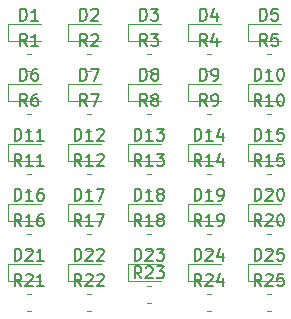
<source format=gbr>
G04 #@! TF.GenerationSoftware,KiCad,Pcbnew,(5.0.0-rc2-dev-352-g017154715)*
G04 #@! TF.CreationDate,2018-10-08T23:49:12-04:00*
G04 #@! TF.ProjectId,Backlight,4261636B6C696768742E6B696361645F,rev?*
G04 #@! TF.SameCoordinates,Original*
G04 #@! TF.FileFunction,Legend,Top*
G04 #@! TF.FilePolarity,Positive*
%FSLAX46Y46*%
G04 Gerber Fmt 4.6, Leading zero omitted, Abs format (unit mm)*
G04 Created by KiCad (PCBNEW (5.0.0-rc2-dev-352-g017154715)) date 10/08/18 23:49:12*
%MOMM*%
%LPD*%
G01*
G04 APERTURE LIST*
%ADD10C,0.120000*%
%ADD11C,0.150000*%
G04 APERTURE END LIST*
D10*
X78210000Y-79310000D02*
X78210000Y-80710000D01*
X78210000Y-80710000D02*
X81010000Y-80710000D01*
X78210000Y-79310000D02*
X81010000Y-79310000D01*
X83290000Y-79310000D02*
X83290000Y-80710000D01*
X83290000Y-80710000D02*
X86090000Y-80710000D01*
X83290000Y-79310000D02*
X86090000Y-79310000D01*
X88370000Y-79310000D02*
X88370000Y-80710000D01*
X88370000Y-80710000D02*
X91170000Y-80710000D01*
X88370000Y-79310000D02*
X91170000Y-79310000D01*
X93450000Y-79310000D02*
X96250000Y-79310000D01*
X93450000Y-80710000D02*
X96250000Y-80710000D01*
X93450000Y-79310000D02*
X93450000Y-80710000D01*
X98530000Y-79310000D02*
X101330000Y-79310000D01*
X98530000Y-80710000D02*
X101330000Y-80710000D01*
X98530000Y-79310000D02*
X98530000Y-80710000D01*
X78210000Y-84390000D02*
X78210000Y-85790000D01*
X78210000Y-85790000D02*
X81010000Y-85790000D01*
X78210000Y-84390000D02*
X81010000Y-84390000D01*
X83290000Y-84390000D02*
X83290000Y-85790000D01*
X83290000Y-85790000D02*
X86090000Y-85790000D01*
X83290000Y-84390000D02*
X86090000Y-84390000D01*
X88370000Y-84390000D02*
X91170000Y-84390000D01*
X88370000Y-85790000D02*
X91170000Y-85790000D01*
X88370000Y-84390000D02*
X88370000Y-85790000D01*
X93450000Y-84390000D02*
X96250000Y-84390000D01*
X93450000Y-85790000D02*
X96250000Y-85790000D01*
X93450000Y-84390000D02*
X93450000Y-85790000D01*
X98530000Y-84390000D02*
X98530000Y-85790000D01*
X98530000Y-85790000D02*
X101330000Y-85790000D01*
X98530000Y-84390000D02*
X101330000Y-84390000D01*
X78210000Y-89470000D02*
X78210000Y-90870000D01*
X78210000Y-90870000D02*
X81010000Y-90870000D01*
X78210000Y-89470000D02*
X81010000Y-89470000D01*
X83290000Y-89470000D02*
X83290000Y-90870000D01*
X83290000Y-90870000D02*
X86090000Y-90870000D01*
X83290000Y-89470000D02*
X86090000Y-89470000D01*
X88370000Y-89470000D02*
X91170000Y-89470000D01*
X88370000Y-90870000D02*
X91170000Y-90870000D01*
X88370000Y-89470000D02*
X88370000Y-90870000D01*
X93450000Y-89470000D02*
X93450000Y-90870000D01*
X93450000Y-90870000D02*
X96250000Y-90870000D01*
X93450000Y-89470000D02*
X96250000Y-89470000D01*
X98530000Y-89470000D02*
X98530000Y-90870000D01*
X98530000Y-90870000D02*
X101330000Y-90870000D01*
X98530000Y-89470000D02*
X101330000Y-89470000D01*
X78210000Y-94550000D02*
X81010000Y-94550000D01*
X78210000Y-95950000D02*
X81010000Y-95950000D01*
X78210000Y-94550000D02*
X78210000Y-95950000D01*
X83290000Y-94550000D02*
X83290000Y-95950000D01*
X83290000Y-95950000D02*
X86090000Y-95950000D01*
X83290000Y-94550000D02*
X86090000Y-94550000D01*
X88370000Y-94550000D02*
X91170000Y-94550000D01*
X88370000Y-95950000D02*
X91170000Y-95950000D01*
X88370000Y-94550000D02*
X88370000Y-95950000D01*
X93450000Y-94550000D02*
X96250000Y-94550000D01*
X93450000Y-95950000D02*
X96250000Y-95950000D01*
X93450000Y-94550000D02*
X93450000Y-95950000D01*
X98530000Y-94550000D02*
X101330000Y-94550000D01*
X98530000Y-95950000D02*
X101330000Y-95950000D01*
X98530000Y-94550000D02*
X98530000Y-95950000D01*
X78210000Y-99630000D02*
X81010000Y-99630000D01*
X78210000Y-101030000D02*
X81010000Y-101030000D01*
X78210000Y-99630000D02*
X78210000Y-101030000D01*
X83290000Y-99630000D02*
X86090000Y-99630000D01*
X83290000Y-101030000D02*
X86090000Y-101030000D01*
X83290000Y-99630000D02*
X83290000Y-101030000D01*
X88370000Y-99630000D02*
X91170000Y-99630000D01*
X88370000Y-101030000D02*
X91170000Y-101030000D01*
X88370000Y-99630000D02*
X88370000Y-101030000D01*
X93450000Y-99630000D02*
X96250000Y-99630000D01*
X93450000Y-101030000D02*
X96250000Y-101030000D01*
X93450000Y-99630000D02*
X93450000Y-101030000D01*
X98530000Y-99630000D02*
X98530000Y-101030000D01*
X98530000Y-101030000D02*
X101330000Y-101030000D01*
X98530000Y-99630000D02*
X101330000Y-99630000D01*
X79860000Y-81840000D02*
X80160000Y-81840000D01*
X79860000Y-83260000D02*
X80160000Y-83260000D01*
X84940000Y-81840000D02*
X85240000Y-81840000D01*
X84940000Y-83260000D02*
X85240000Y-83260000D01*
X90020000Y-81840000D02*
X90320000Y-81840000D01*
X90020000Y-83260000D02*
X90320000Y-83260000D01*
X95100000Y-83260000D02*
X95400000Y-83260000D01*
X95100000Y-81840000D02*
X95400000Y-81840000D01*
X100180000Y-81840000D02*
X100480000Y-81840000D01*
X100180000Y-83260000D02*
X100480000Y-83260000D01*
X79860000Y-88340000D02*
X80160000Y-88340000D01*
X79860000Y-86920000D02*
X80160000Y-86920000D01*
X84940000Y-88340000D02*
X85240000Y-88340000D01*
X84940000Y-86920000D02*
X85240000Y-86920000D01*
X90020000Y-86920000D02*
X90320000Y-86920000D01*
X90020000Y-88340000D02*
X90320000Y-88340000D01*
X95100000Y-86920000D02*
X95400000Y-86920000D01*
X95100000Y-88340000D02*
X95400000Y-88340000D01*
X100180000Y-88340000D02*
X100480000Y-88340000D01*
X100180000Y-86920000D02*
X100480000Y-86920000D01*
X79860000Y-93420000D02*
X80160000Y-93420000D01*
X79860000Y-92000000D02*
X80160000Y-92000000D01*
X84940000Y-92000000D02*
X85240000Y-92000000D01*
X84940000Y-93420000D02*
X85240000Y-93420000D01*
X90020000Y-93420000D02*
X90320000Y-93420000D01*
X90020000Y-92000000D02*
X90320000Y-92000000D01*
X95100000Y-92000000D02*
X95400000Y-92000000D01*
X95100000Y-93420000D02*
X95400000Y-93420000D01*
X100180000Y-93420000D02*
X100480000Y-93420000D01*
X100180000Y-92000000D02*
X100480000Y-92000000D01*
X79860000Y-97080000D02*
X80160000Y-97080000D01*
X79860000Y-98500000D02*
X80160000Y-98500000D01*
X84940000Y-97080000D02*
X85240000Y-97080000D01*
X84940000Y-98500000D02*
X85240000Y-98500000D01*
X90020000Y-98500000D02*
X90320000Y-98500000D01*
X90020000Y-97080000D02*
X90320000Y-97080000D01*
X95100000Y-98500000D02*
X95400000Y-98500000D01*
X95100000Y-97080000D02*
X95400000Y-97080000D01*
X100180000Y-97080000D02*
X100480000Y-97080000D01*
X100180000Y-98500000D02*
X100480000Y-98500000D01*
X79860000Y-102160000D02*
X80160000Y-102160000D01*
X79860000Y-103580000D02*
X80160000Y-103580000D01*
X84940000Y-103580000D02*
X85240000Y-103580000D01*
X84940000Y-102160000D02*
X85240000Y-102160000D01*
X90020000Y-102945000D02*
X90320000Y-102945000D01*
X90020000Y-101525000D02*
X90320000Y-101525000D01*
X95100000Y-102160000D02*
X95400000Y-102160000D01*
X95100000Y-103580000D02*
X95400000Y-103580000D01*
X100180000Y-103580000D02*
X100480000Y-103580000D01*
X100180000Y-102160000D02*
X100480000Y-102160000D01*
D11*
X79271904Y-79012380D02*
X79271904Y-78012380D01*
X79510000Y-78012380D01*
X79652857Y-78060000D01*
X79748095Y-78155238D01*
X79795714Y-78250476D01*
X79843333Y-78440952D01*
X79843333Y-78583809D01*
X79795714Y-78774285D01*
X79748095Y-78869523D01*
X79652857Y-78964761D01*
X79510000Y-79012380D01*
X79271904Y-79012380D01*
X80795714Y-79012380D02*
X80224285Y-79012380D01*
X80510000Y-79012380D02*
X80510000Y-78012380D01*
X80414761Y-78155238D01*
X80319523Y-78250476D01*
X80224285Y-78298095D01*
X84351904Y-79012380D02*
X84351904Y-78012380D01*
X84590000Y-78012380D01*
X84732857Y-78060000D01*
X84828095Y-78155238D01*
X84875714Y-78250476D01*
X84923333Y-78440952D01*
X84923333Y-78583809D01*
X84875714Y-78774285D01*
X84828095Y-78869523D01*
X84732857Y-78964761D01*
X84590000Y-79012380D01*
X84351904Y-79012380D01*
X85304285Y-78107619D02*
X85351904Y-78060000D01*
X85447142Y-78012380D01*
X85685238Y-78012380D01*
X85780476Y-78060000D01*
X85828095Y-78107619D01*
X85875714Y-78202857D01*
X85875714Y-78298095D01*
X85828095Y-78440952D01*
X85256666Y-79012380D01*
X85875714Y-79012380D01*
X89431904Y-79012380D02*
X89431904Y-78012380D01*
X89670000Y-78012380D01*
X89812857Y-78060000D01*
X89908095Y-78155238D01*
X89955714Y-78250476D01*
X90003333Y-78440952D01*
X90003333Y-78583809D01*
X89955714Y-78774285D01*
X89908095Y-78869523D01*
X89812857Y-78964761D01*
X89670000Y-79012380D01*
X89431904Y-79012380D01*
X90336666Y-78012380D02*
X90955714Y-78012380D01*
X90622380Y-78393333D01*
X90765238Y-78393333D01*
X90860476Y-78440952D01*
X90908095Y-78488571D01*
X90955714Y-78583809D01*
X90955714Y-78821904D01*
X90908095Y-78917142D01*
X90860476Y-78964761D01*
X90765238Y-79012380D01*
X90479523Y-79012380D01*
X90384285Y-78964761D01*
X90336666Y-78917142D01*
X94511904Y-79012380D02*
X94511904Y-78012380D01*
X94750000Y-78012380D01*
X94892857Y-78060000D01*
X94988095Y-78155238D01*
X95035714Y-78250476D01*
X95083333Y-78440952D01*
X95083333Y-78583809D01*
X95035714Y-78774285D01*
X94988095Y-78869523D01*
X94892857Y-78964761D01*
X94750000Y-79012380D01*
X94511904Y-79012380D01*
X95940476Y-78345714D02*
X95940476Y-79012380D01*
X95702380Y-77964761D02*
X95464285Y-78679047D01*
X96083333Y-78679047D01*
X99591904Y-79012380D02*
X99591904Y-78012380D01*
X99830000Y-78012380D01*
X99972857Y-78060000D01*
X100068095Y-78155238D01*
X100115714Y-78250476D01*
X100163333Y-78440952D01*
X100163333Y-78583809D01*
X100115714Y-78774285D01*
X100068095Y-78869523D01*
X99972857Y-78964761D01*
X99830000Y-79012380D01*
X99591904Y-79012380D01*
X101068095Y-78012380D02*
X100591904Y-78012380D01*
X100544285Y-78488571D01*
X100591904Y-78440952D01*
X100687142Y-78393333D01*
X100925238Y-78393333D01*
X101020476Y-78440952D01*
X101068095Y-78488571D01*
X101115714Y-78583809D01*
X101115714Y-78821904D01*
X101068095Y-78917142D01*
X101020476Y-78964761D01*
X100925238Y-79012380D01*
X100687142Y-79012380D01*
X100591904Y-78964761D01*
X100544285Y-78917142D01*
X79271904Y-84092380D02*
X79271904Y-83092380D01*
X79510000Y-83092380D01*
X79652857Y-83140000D01*
X79748095Y-83235238D01*
X79795714Y-83330476D01*
X79843333Y-83520952D01*
X79843333Y-83663809D01*
X79795714Y-83854285D01*
X79748095Y-83949523D01*
X79652857Y-84044761D01*
X79510000Y-84092380D01*
X79271904Y-84092380D01*
X80700476Y-83092380D02*
X80510000Y-83092380D01*
X80414761Y-83140000D01*
X80367142Y-83187619D01*
X80271904Y-83330476D01*
X80224285Y-83520952D01*
X80224285Y-83901904D01*
X80271904Y-83997142D01*
X80319523Y-84044761D01*
X80414761Y-84092380D01*
X80605238Y-84092380D01*
X80700476Y-84044761D01*
X80748095Y-83997142D01*
X80795714Y-83901904D01*
X80795714Y-83663809D01*
X80748095Y-83568571D01*
X80700476Y-83520952D01*
X80605238Y-83473333D01*
X80414761Y-83473333D01*
X80319523Y-83520952D01*
X80271904Y-83568571D01*
X80224285Y-83663809D01*
X84351904Y-84092380D02*
X84351904Y-83092380D01*
X84590000Y-83092380D01*
X84732857Y-83140000D01*
X84828095Y-83235238D01*
X84875714Y-83330476D01*
X84923333Y-83520952D01*
X84923333Y-83663809D01*
X84875714Y-83854285D01*
X84828095Y-83949523D01*
X84732857Y-84044761D01*
X84590000Y-84092380D01*
X84351904Y-84092380D01*
X85256666Y-83092380D02*
X85923333Y-83092380D01*
X85494761Y-84092380D01*
X89431904Y-84092380D02*
X89431904Y-83092380D01*
X89670000Y-83092380D01*
X89812857Y-83140000D01*
X89908095Y-83235238D01*
X89955714Y-83330476D01*
X90003333Y-83520952D01*
X90003333Y-83663809D01*
X89955714Y-83854285D01*
X89908095Y-83949523D01*
X89812857Y-84044761D01*
X89670000Y-84092380D01*
X89431904Y-84092380D01*
X90574761Y-83520952D02*
X90479523Y-83473333D01*
X90431904Y-83425714D01*
X90384285Y-83330476D01*
X90384285Y-83282857D01*
X90431904Y-83187619D01*
X90479523Y-83140000D01*
X90574761Y-83092380D01*
X90765238Y-83092380D01*
X90860476Y-83140000D01*
X90908095Y-83187619D01*
X90955714Y-83282857D01*
X90955714Y-83330476D01*
X90908095Y-83425714D01*
X90860476Y-83473333D01*
X90765238Y-83520952D01*
X90574761Y-83520952D01*
X90479523Y-83568571D01*
X90431904Y-83616190D01*
X90384285Y-83711428D01*
X90384285Y-83901904D01*
X90431904Y-83997142D01*
X90479523Y-84044761D01*
X90574761Y-84092380D01*
X90765238Y-84092380D01*
X90860476Y-84044761D01*
X90908095Y-83997142D01*
X90955714Y-83901904D01*
X90955714Y-83711428D01*
X90908095Y-83616190D01*
X90860476Y-83568571D01*
X90765238Y-83520952D01*
X94511904Y-84092380D02*
X94511904Y-83092380D01*
X94750000Y-83092380D01*
X94892857Y-83140000D01*
X94988095Y-83235238D01*
X95035714Y-83330476D01*
X95083333Y-83520952D01*
X95083333Y-83663809D01*
X95035714Y-83854285D01*
X94988095Y-83949523D01*
X94892857Y-84044761D01*
X94750000Y-84092380D01*
X94511904Y-84092380D01*
X95559523Y-84092380D02*
X95750000Y-84092380D01*
X95845238Y-84044761D01*
X95892857Y-83997142D01*
X95988095Y-83854285D01*
X96035714Y-83663809D01*
X96035714Y-83282857D01*
X95988095Y-83187619D01*
X95940476Y-83140000D01*
X95845238Y-83092380D01*
X95654761Y-83092380D01*
X95559523Y-83140000D01*
X95511904Y-83187619D01*
X95464285Y-83282857D01*
X95464285Y-83520952D01*
X95511904Y-83616190D01*
X95559523Y-83663809D01*
X95654761Y-83711428D01*
X95845238Y-83711428D01*
X95940476Y-83663809D01*
X95988095Y-83616190D01*
X96035714Y-83520952D01*
X99115714Y-84092380D02*
X99115714Y-83092380D01*
X99353809Y-83092380D01*
X99496666Y-83140000D01*
X99591904Y-83235238D01*
X99639523Y-83330476D01*
X99687142Y-83520952D01*
X99687142Y-83663809D01*
X99639523Y-83854285D01*
X99591904Y-83949523D01*
X99496666Y-84044761D01*
X99353809Y-84092380D01*
X99115714Y-84092380D01*
X100639523Y-84092380D02*
X100068095Y-84092380D01*
X100353809Y-84092380D02*
X100353809Y-83092380D01*
X100258571Y-83235238D01*
X100163333Y-83330476D01*
X100068095Y-83378095D01*
X101258571Y-83092380D02*
X101353809Y-83092380D01*
X101449047Y-83140000D01*
X101496666Y-83187619D01*
X101544285Y-83282857D01*
X101591904Y-83473333D01*
X101591904Y-83711428D01*
X101544285Y-83901904D01*
X101496666Y-83997142D01*
X101449047Y-84044761D01*
X101353809Y-84092380D01*
X101258571Y-84092380D01*
X101163333Y-84044761D01*
X101115714Y-83997142D01*
X101068095Y-83901904D01*
X101020476Y-83711428D01*
X101020476Y-83473333D01*
X101068095Y-83282857D01*
X101115714Y-83187619D01*
X101163333Y-83140000D01*
X101258571Y-83092380D01*
X78795714Y-89172380D02*
X78795714Y-88172380D01*
X79033809Y-88172380D01*
X79176666Y-88220000D01*
X79271904Y-88315238D01*
X79319523Y-88410476D01*
X79367142Y-88600952D01*
X79367142Y-88743809D01*
X79319523Y-88934285D01*
X79271904Y-89029523D01*
X79176666Y-89124761D01*
X79033809Y-89172380D01*
X78795714Y-89172380D01*
X80319523Y-89172380D02*
X79748095Y-89172380D01*
X80033809Y-89172380D02*
X80033809Y-88172380D01*
X79938571Y-88315238D01*
X79843333Y-88410476D01*
X79748095Y-88458095D01*
X81271904Y-89172380D02*
X80700476Y-89172380D01*
X80986190Y-89172380D02*
X80986190Y-88172380D01*
X80890952Y-88315238D01*
X80795714Y-88410476D01*
X80700476Y-88458095D01*
X83875714Y-89172380D02*
X83875714Y-88172380D01*
X84113809Y-88172380D01*
X84256666Y-88220000D01*
X84351904Y-88315238D01*
X84399523Y-88410476D01*
X84447142Y-88600952D01*
X84447142Y-88743809D01*
X84399523Y-88934285D01*
X84351904Y-89029523D01*
X84256666Y-89124761D01*
X84113809Y-89172380D01*
X83875714Y-89172380D01*
X85399523Y-89172380D02*
X84828095Y-89172380D01*
X85113809Y-89172380D02*
X85113809Y-88172380D01*
X85018571Y-88315238D01*
X84923333Y-88410476D01*
X84828095Y-88458095D01*
X85780476Y-88267619D02*
X85828095Y-88220000D01*
X85923333Y-88172380D01*
X86161428Y-88172380D01*
X86256666Y-88220000D01*
X86304285Y-88267619D01*
X86351904Y-88362857D01*
X86351904Y-88458095D01*
X86304285Y-88600952D01*
X85732857Y-89172380D01*
X86351904Y-89172380D01*
X88955714Y-89172380D02*
X88955714Y-88172380D01*
X89193809Y-88172380D01*
X89336666Y-88220000D01*
X89431904Y-88315238D01*
X89479523Y-88410476D01*
X89527142Y-88600952D01*
X89527142Y-88743809D01*
X89479523Y-88934285D01*
X89431904Y-89029523D01*
X89336666Y-89124761D01*
X89193809Y-89172380D01*
X88955714Y-89172380D01*
X90479523Y-89172380D02*
X89908095Y-89172380D01*
X90193809Y-89172380D02*
X90193809Y-88172380D01*
X90098571Y-88315238D01*
X90003333Y-88410476D01*
X89908095Y-88458095D01*
X90812857Y-88172380D02*
X91431904Y-88172380D01*
X91098571Y-88553333D01*
X91241428Y-88553333D01*
X91336666Y-88600952D01*
X91384285Y-88648571D01*
X91431904Y-88743809D01*
X91431904Y-88981904D01*
X91384285Y-89077142D01*
X91336666Y-89124761D01*
X91241428Y-89172380D01*
X90955714Y-89172380D01*
X90860476Y-89124761D01*
X90812857Y-89077142D01*
X94035714Y-89172380D02*
X94035714Y-88172380D01*
X94273809Y-88172380D01*
X94416666Y-88220000D01*
X94511904Y-88315238D01*
X94559523Y-88410476D01*
X94607142Y-88600952D01*
X94607142Y-88743809D01*
X94559523Y-88934285D01*
X94511904Y-89029523D01*
X94416666Y-89124761D01*
X94273809Y-89172380D01*
X94035714Y-89172380D01*
X95559523Y-89172380D02*
X94988095Y-89172380D01*
X95273809Y-89172380D02*
X95273809Y-88172380D01*
X95178571Y-88315238D01*
X95083333Y-88410476D01*
X94988095Y-88458095D01*
X96416666Y-88505714D02*
X96416666Y-89172380D01*
X96178571Y-88124761D02*
X95940476Y-88839047D01*
X96559523Y-88839047D01*
X99115714Y-89172380D02*
X99115714Y-88172380D01*
X99353809Y-88172380D01*
X99496666Y-88220000D01*
X99591904Y-88315238D01*
X99639523Y-88410476D01*
X99687142Y-88600952D01*
X99687142Y-88743809D01*
X99639523Y-88934285D01*
X99591904Y-89029523D01*
X99496666Y-89124761D01*
X99353809Y-89172380D01*
X99115714Y-89172380D01*
X100639523Y-89172380D02*
X100068095Y-89172380D01*
X100353809Y-89172380D02*
X100353809Y-88172380D01*
X100258571Y-88315238D01*
X100163333Y-88410476D01*
X100068095Y-88458095D01*
X101544285Y-88172380D02*
X101068095Y-88172380D01*
X101020476Y-88648571D01*
X101068095Y-88600952D01*
X101163333Y-88553333D01*
X101401428Y-88553333D01*
X101496666Y-88600952D01*
X101544285Y-88648571D01*
X101591904Y-88743809D01*
X101591904Y-88981904D01*
X101544285Y-89077142D01*
X101496666Y-89124761D01*
X101401428Y-89172380D01*
X101163333Y-89172380D01*
X101068095Y-89124761D01*
X101020476Y-89077142D01*
X78795714Y-94252380D02*
X78795714Y-93252380D01*
X79033809Y-93252380D01*
X79176666Y-93300000D01*
X79271904Y-93395238D01*
X79319523Y-93490476D01*
X79367142Y-93680952D01*
X79367142Y-93823809D01*
X79319523Y-94014285D01*
X79271904Y-94109523D01*
X79176666Y-94204761D01*
X79033809Y-94252380D01*
X78795714Y-94252380D01*
X80319523Y-94252380D02*
X79748095Y-94252380D01*
X80033809Y-94252380D02*
X80033809Y-93252380D01*
X79938571Y-93395238D01*
X79843333Y-93490476D01*
X79748095Y-93538095D01*
X81176666Y-93252380D02*
X80986190Y-93252380D01*
X80890952Y-93300000D01*
X80843333Y-93347619D01*
X80748095Y-93490476D01*
X80700476Y-93680952D01*
X80700476Y-94061904D01*
X80748095Y-94157142D01*
X80795714Y-94204761D01*
X80890952Y-94252380D01*
X81081428Y-94252380D01*
X81176666Y-94204761D01*
X81224285Y-94157142D01*
X81271904Y-94061904D01*
X81271904Y-93823809D01*
X81224285Y-93728571D01*
X81176666Y-93680952D01*
X81081428Y-93633333D01*
X80890952Y-93633333D01*
X80795714Y-93680952D01*
X80748095Y-93728571D01*
X80700476Y-93823809D01*
X83875714Y-94252380D02*
X83875714Y-93252380D01*
X84113809Y-93252380D01*
X84256666Y-93300000D01*
X84351904Y-93395238D01*
X84399523Y-93490476D01*
X84447142Y-93680952D01*
X84447142Y-93823809D01*
X84399523Y-94014285D01*
X84351904Y-94109523D01*
X84256666Y-94204761D01*
X84113809Y-94252380D01*
X83875714Y-94252380D01*
X85399523Y-94252380D02*
X84828095Y-94252380D01*
X85113809Y-94252380D02*
X85113809Y-93252380D01*
X85018571Y-93395238D01*
X84923333Y-93490476D01*
X84828095Y-93538095D01*
X85732857Y-93252380D02*
X86399523Y-93252380D01*
X85970952Y-94252380D01*
X88955714Y-94252380D02*
X88955714Y-93252380D01*
X89193809Y-93252380D01*
X89336666Y-93300000D01*
X89431904Y-93395238D01*
X89479523Y-93490476D01*
X89527142Y-93680952D01*
X89527142Y-93823809D01*
X89479523Y-94014285D01*
X89431904Y-94109523D01*
X89336666Y-94204761D01*
X89193809Y-94252380D01*
X88955714Y-94252380D01*
X90479523Y-94252380D02*
X89908095Y-94252380D01*
X90193809Y-94252380D02*
X90193809Y-93252380D01*
X90098571Y-93395238D01*
X90003333Y-93490476D01*
X89908095Y-93538095D01*
X91050952Y-93680952D02*
X90955714Y-93633333D01*
X90908095Y-93585714D01*
X90860476Y-93490476D01*
X90860476Y-93442857D01*
X90908095Y-93347619D01*
X90955714Y-93300000D01*
X91050952Y-93252380D01*
X91241428Y-93252380D01*
X91336666Y-93300000D01*
X91384285Y-93347619D01*
X91431904Y-93442857D01*
X91431904Y-93490476D01*
X91384285Y-93585714D01*
X91336666Y-93633333D01*
X91241428Y-93680952D01*
X91050952Y-93680952D01*
X90955714Y-93728571D01*
X90908095Y-93776190D01*
X90860476Y-93871428D01*
X90860476Y-94061904D01*
X90908095Y-94157142D01*
X90955714Y-94204761D01*
X91050952Y-94252380D01*
X91241428Y-94252380D01*
X91336666Y-94204761D01*
X91384285Y-94157142D01*
X91431904Y-94061904D01*
X91431904Y-93871428D01*
X91384285Y-93776190D01*
X91336666Y-93728571D01*
X91241428Y-93680952D01*
X94035714Y-94252380D02*
X94035714Y-93252380D01*
X94273809Y-93252380D01*
X94416666Y-93300000D01*
X94511904Y-93395238D01*
X94559523Y-93490476D01*
X94607142Y-93680952D01*
X94607142Y-93823809D01*
X94559523Y-94014285D01*
X94511904Y-94109523D01*
X94416666Y-94204761D01*
X94273809Y-94252380D01*
X94035714Y-94252380D01*
X95559523Y-94252380D02*
X94988095Y-94252380D01*
X95273809Y-94252380D02*
X95273809Y-93252380D01*
X95178571Y-93395238D01*
X95083333Y-93490476D01*
X94988095Y-93538095D01*
X96035714Y-94252380D02*
X96226190Y-94252380D01*
X96321428Y-94204761D01*
X96369047Y-94157142D01*
X96464285Y-94014285D01*
X96511904Y-93823809D01*
X96511904Y-93442857D01*
X96464285Y-93347619D01*
X96416666Y-93300000D01*
X96321428Y-93252380D01*
X96130952Y-93252380D01*
X96035714Y-93300000D01*
X95988095Y-93347619D01*
X95940476Y-93442857D01*
X95940476Y-93680952D01*
X95988095Y-93776190D01*
X96035714Y-93823809D01*
X96130952Y-93871428D01*
X96321428Y-93871428D01*
X96416666Y-93823809D01*
X96464285Y-93776190D01*
X96511904Y-93680952D01*
X99115714Y-94252380D02*
X99115714Y-93252380D01*
X99353809Y-93252380D01*
X99496666Y-93300000D01*
X99591904Y-93395238D01*
X99639523Y-93490476D01*
X99687142Y-93680952D01*
X99687142Y-93823809D01*
X99639523Y-94014285D01*
X99591904Y-94109523D01*
X99496666Y-94204761D01*
X99353809Y-94252380D01*
X99115714Y-94252380D01*
X100068095Y-93347619D02*
X100115714Y-93300000D01*
X100210952Y-93252380D01*
X100449047Y-93252380D01*
X100544285Y-93300000D01*
X100591904Y-93347619D01*
X100639523Y-93442857D01*
X100639523Y-93538095D01*
X100591904Y-93680952D01*
X100020476Y-94252380D01*
X100639523Y-94252380D01*
X101258571Y-93252380D02*
X101353809Y-93252380D01*
X101449047Y-93300000D01*
X101496666Y-93347619D01*
X101544285Y-93442857D01*
X101591904Y-93633333D01*
X101591904Y-93871428D01*
X101544285Y-94061904D01*
X101496666Y-94157142D01*
X101449047Y-94204761D01*
X101353809Y-94252380D01*
X101258571Y-94252380D01*
X101163333Y-94204761D01*
X101115714Y-94157142D01*
X101068095Y-94061904D01*
X101020476Y-93871428D01*
X101020476Y-93633333D01*
X101068095Y-93442857D01*
X101115714Y-93347619D01*
X101163333Y-93300000D01*
X101258571Y-93252380D01*
X78795714Y-99332380D02*
X78795714Y-98332380D01*
X79033809Y-98332380D01*
X79176666Y-98380000D01*
X79271904Y-98475238D01*
X79319523Y-98570476D01*
X79367142Y-98760952D01*
X79367142Y-98903809D01*
X79319523Y-99094285D01*
X79271904Y-99189523D01*
X79176666Y-99284761D01*
X79033809Y-99332380D01*
X78795714Y-99332380D01*
X79748095Y-98427619D02*
X79795714Y-98380000D01*
X79890952Y-98332380D01*
X80129047Y-98332380D01*
X80224285Y-98380000D01*
X80271904Y-98427619D01*
X80319523Y-98522857D01*
X80319523Y-98618095D01*
X80271904Y-98760952D01*
X79700476Y-99332380D01*
X80319523Y-99332380D01*
X81271904Y-99332380D02*
X80700476Y-99332380D01*
X80986190Y-99332380D02*
X80986190Y-98332380D01*
X80890952Y-98475238D01*
X80795714Y-98570476D01*
X80700476Y-98618095D01*
X83875714Y-99332380D02*
X83875714Y-98332380D01*
X84113809Y-98332380D01*
X84256666Y-98380000D01*
X84351904Y-98475238D01*
X84399523Y-98570476D01*
X84447142Y-98760952D01*
X84447142Y-98903809D01*
X84399523Y-99094285D01*
X84351904Y-99189523D01*
X84256666Y-99284761D01*
X84113809Y-99332380D01*
X83875714Y-99332380D01*
X84828095Y-98427619D02*
X84875714Y-98380000D01*
X84970952Y-98332380D01*
X85209047Y-98332380D01*
X85304285Y-98380000D01*
X85351904Y-98427619D01*
X85399523Y-98522857D01*
X85399523Y-98618095D01*
X85351904Y-98760952D01*
X84780476Y-99332380D01*
X85399523Y-99332380D01*
X85780476Y-98427619D02*
X85828095Y-98380000D01*
X85923333Y-98332380D01*
X86161428Y-98332380D01*
X86256666Y-98380000D01*
X86304285Y-98427619D01*
X86351904Y-98522857D01*
X86351904Y-98618095D01*
X86304285Y-98760952D01*
X85732857Y-99332380D01*
X86351904Y-99332380D01*
X88955714Y-99332380D02*
X88955714Y-98332380D01*
X89193809Y-98332380D01*
X89336666Y-98380000D01*
X89431904Y-98475238D01*
X89479523Y-98570476D01*
X89527142Y-98760952D01*
X89527142Y-98903809D01*
X89479523Y-99094285D01*
X89431904Y-99189523D01*
X89336666Y-99284761D01*
X89193809Y-99332380D01*
X88955714Y-99332380D01*
X89908095Y-98427619D02*
X89955714Y-98380000D01*
X90050952Y-98332380D01*
X90289047Y-98332380D01*
X90384285Y-98380000D01*
X90431904Y-98427619D01*
X90479523Y-98522857D01*
X90479523Y-98618095D01*
X90431904Y-98760952D01*
X89860476Y-99332380D01*
X90479523Y-99332380D01*
X90812857Y-98332380D02*
X91431904Y-98332380D01*
X91098571Y-98713333D01*
X91241428Y-98713333D01*
X91336666Y-98760952D01*
X91384285Y-98808571D01*
X91431904Y-98903809D01*
X91431904Y-99141904D01*
X91384285Y-99237142D01*
X91336666Y-99284761D01*
X91241428Y-99332380D01*
X90955714Y-99332380D01*
X90860476Y-99284761D01*
X90812857Y-99237142D01*
X94035714Y-99332380D02*
X94035714Y-98332380D01*
X94273809Y-98332380D01*
X94416666Y-98380000D01*
X94511904Y-98475238D01*
X94559523Y-98570476D01*
X94607142Y-98760952D01*
X94607142Y-98903809D01*
X94559523Y-99094285D01*
X94511904Y-99189523D01*
X94416666Y-99284761D01*
X94273809Y-99332380D01*
X94035714Y-99332380D01*
X94988095Y-98427619D02*
X95035714Y-98380000D01*
X95130952Y-98332380D01*
X95369047Y-98332380D01*
X95464285Y-98380000D01*
X95511904Y-98427619D01*
X95559523Y-98522857D01*
X95559523Y-98618095D01*
X95511904Y-98760952D01*
X94940476Y-99332380D01*
X95559523Y-99332380D01*
X96416666Y-98665714D02*
X96416666Y-99332380D01*
X96178571Y-98284761D02*
X95940476Y-98999047D01*
X96559523Y-98999047D01*
X99115714Y-99332380D02*
X99115714Y-98332380D01*
X99353809Y-98332380D01*
X99496666Y-98380000D01*
X99591904Y-98475238D01*
X99639523Y-98570476D01*
X99687142Y-98760952D01*
X99687142Y-98903809D01*
X99639523Y-99094285D01*
X99591904Y-99189523D01*
X99496666Y-99284761D01*
X99353809Y-99332380D01*
X99115714Y-99332380D01*
X100068095Y-98427619D02*
X100115714Y-98380000D01*
X100210952Y-98332380D01*
X100449047Y-98332380D01*
X100544285Y-98380000D01*
X100591904Y-98427619D01*
X100639523Y-98522857D01*
X100639523Y-98618095D01*
X100591904Y-98760952D01*
X100020476Y-99332380D01*
X100639523Y-99332380D01*
X101544285Y-98332380D02*
X101068095Y-98332380D01*
X101020476Y-98808571D01*
X101068095Y-98760952D01*
X101163333Y-98713333D01*
X101401428Y-98713333D01*
X101496666Y-98760952D01*
X101544285Y-98808571D01*
X101591904Y-98903809D01*
X101591904Y-99141904D01*
X101544285Y-99237142D01*
X101496666Y-99284761D01*
X101401428Y-99332380D01*
X101163333Y-99332380D01*
X101068095Y-99284761D01*
X101020476Y-99237142D01*
X79843333Y-81152380D02*
X79510000Y-80676190D01*
X79271904Y-81152380D02*
X79271904Y-80152380D01*
X79652857Y-80152380D01*
X79748095Y-80200000D01*
X79795714Y-80247619D01*
X79843333Y-80342857D01*
X79843333Y-80485714D01*
X79795714Y-80580952D01*
X79748095Y-80628571D01*
X79652857Y-80676190D01*
X79271904Y-80676190D01*
X80795714Y-81152380D02*
X80224285Y-81152380D01*
X80510000Y-81152380D02*
X80510000Y-80152380D01*
X80414761Y-80295238D01*
X80319523Y-80390476D01*
X80224285Y-80438095D01*
X84923333Y-81152380D02*
X84590000Y-80676190D01*
X84351904Y-81152380D02*
X84351904Y-80152380D01*
X84732857Y-80152380D01*
X84828095Y-80200000D01*
X84875714Y-80247619D01*
X84923333Y-80342857D01*
X84923333Y-80485714D01*
X84875714Y-80580952D01*
X84828095Y-80628571D01*
X84732857Y-80676190D01*
X84351904Y-80676190D01*
X85304285Y-80247619D02*
X85351904Y-80200000D01*
X85447142Y-80152380D01*
X85685238Y-80152380D01*
X85780476Y-80200000D01*
X85828095Y-80247619D01*
X85875714Y-80342857D01*
X85875714Y-80438095D01*
X85828095Y-80580952D01*
X85256666Y-81152380D01*
X85875714Y-81152380D01*
X90003333Y-81152380D02*
X89670000Y-80676190D01*
X89431904Y-81152380D02*
X89431904Y-80152380D01*
X89812857Y-80152380D01*
X89908095Y-80200000D01*
X89955714Y-80247619D01*
X90003333Y-80342857D01*
X90003333Y-80485714D01*
X89955714Y-80580952D01*
X89908095Y-80628571D01*
X89812857Y-80676190D01*
X89431904Y-80676190D01*
X90336666Y-80152380D02*
X90955714Y-80152380D01*
X90622380Y-80533333D01*
X90765238Y-80533333D01*
X90860476Y-80580952D01*
X90908095Y-80628571D01*
X90955714Y-80723809D01*
X90955714Y-80961904D01*
X90908095Y-81057142D01*
X90860476Y-81104761D01*
X90765238Y-81152380D01*
X90479523Y-81152380D01*
X90384285Y-81104761D01*
X90336666Y-81057142D01*
X95083333Y-81152380D02*
X94750000Y-80676190D01*
X94511904Y-81152380D02*
X94511904Y-80152380D01*
X94892857Y-80152380D01*
X94988095Y-80200000D01*
X95035714Y-80247619D01*
X95083333Y-80342857D01*
X95083333Y-80485714D01*
X95035714Y-80580952D01*
X94988095Y-80628571D01*
X94892857Y-80676190D01*
X94511904Y-80676190D01*
X95940476Y-80485714D02*
X95940476Y-81152380D01*
X95702380Y-80104761D02*
X95464285Y-80819047D01*
X96083333Y-80819047D01*
X100163333Y-81152380D02*
X99830000Y-80676190D01*
X99591904Y-81152380D02*
X99591904Y-80152380D01*
X99972857Y-80152380D01*
X100068095Y-80200000D01*
X100115714Y-80247619D01*
X100163333Y-80342857D01*
X100163333Y-80485714D01*
X100115714Y-80580952D01*
X100068095Y-80628571D01*
X99972857Y-80676190D01*
X99591904Y-80676190D01*
X101068095Y-80152380D02*
X100591904Y-80152380D01*
X100544285Y-80628571D01*
X100591904Y-80580952D01*
X100687142Y-80533333D01*
X100925238Y-80533333D01*
X101020476Y-80580952D01*
X101068095Y-80628571D01*
X101115714Y-80723809D01*
X101115714Y-80961904D01*
X101068095Y-81057142D01*
X101020476Y-81104761D01*
X100925238Y-81152380D01*
X100687142Y-81152380D01*
X100591904Y-81104761D01*
X100544285Y-81057142D01*
X79843333Y-86232380D02*
X79510000Y-85756190D01*
X79271904Y-86232380D02*
X79271904Y-85232380D01*
X79652857Y-85232380D01*
X79748095Y-85280000D01*
X79795714Y-85327619D01*
X79843333Y-85422857D01*
X79843333Y-85565714D01*
X79795714Y-85660952D01*
X79748095Y-85708571D01*
X79652857Y-85756190D01*
X79271904Y-85756190D01*
X80700476Y-85232380D02*
X80510000Y-85232380D01*
X80414761Y-85280000D01*
X80367142Y-85327619D01*
X80271904Y-85470476D01*
X80224285Y-85660952D01*
X80224285Y-86041904D01*
X80271904Y-86137142D01*
X80319523Y-86184761D01*
X80414761Y-86232380D01*
X80605238Y-86232380D01*
X80700476Y-86184761D01*
X80748095Y-86137142D01*
X80795714Y-86041904D01*
X80795714Y-85803809D01*
X80748095Y-85708571D01*
X80700476Y-85660952D01*
X80605238Y-85613333D01*
X80414761Y-85613333D01*
X80319523Y-85660952D01*
X80271904Y-85708571D01*
X80224285Y-85803809D01*
X84923333Y-86232380D02*
X84590000Y-85756190D01*
X84351904Y-86232380D02*
X84351904Y-85232380D01*
X84732857Y-85232380D01*
X84828095Y-85280000D01*
X84875714Y-85327619D01*
X84923333Y-85422857D01*
X84923333Y-85565714D01*
X84875714Y-85660952D01*
X84828095Y-85708571D01*
X84732857Y-85756190D01*
X84351904Y-85756190D01*
X85256666Y-85232380D02*
X85923333Y-85232380D01*
X85494761Y-86232380D01*
X90003333Y-86232380D02*
X89670000Y-85756190D01*
X89431904Y-86232380D02*
X89431904Y-85232380D01*
X89812857Y-85232380D01*
X89908095Y-85280000D01*
X89955714Y-85327619D01*
X90003333Y-85422857D01*
X90003333Y-85565714D01*
X89955714Y-85660952D01*
X89908095Y-85708571D01*
X89812857Y-85756190D01*
X89431904Y-85756190D01*
X90574761Y-85660952D02*
X90479523Y-85613333D01*
X90431904Y-85565714D01*
X90384285Y-85470476D01*
X90384285Y-85422857D01*
X90431904Y-85327619D01*
X90479523Y-85280000D01*
X90574761Y-85232380D01*
X90765238Y-85232380D01*
X90860476Y-85280000D01*
X90908095Y-85327619D01*
X90955714Y-85422857D01*
X90955714Y-85470476D01*
X90908095Y-85565714D01*
X90860476Y-85613333D01*
X90765238Y-85660952D01*
X90574761Y-85660952D01*
X90479523Y-85708571D01*
X90431904Y-85756190D01*
X90384285Y-85851428D01*
X90384285Y-86041904D01*
X90431904Y-86137142D01*
X90479523Y-86184761D01*
X90574761Y-86232380D01*
X90765238Y-86232380D01*
X90860476Y-86184761D01*
X90908095Y-86137142D01*
X90955714Y-86041904D01*
X90955714Y-85851428D01*
X90908095Y-85756190D01*
X90860476Y-85708571D01*
X90765238Y-85660952D01*
X95083333Y-86232380D02*
X94750000Y-85756190D01*
X94511904Y-86232380D02*
X94511904Y-85232380D01*
X94892857Y-85232380D01*
X94988095Y-85280000D01*
X95035714Y-85327619D01*
X95083333Y-85422857D01*
X95083333Y-85565714D01*
X95035714Y-85660952D01*
X94988095Y-85708571D01*
X94892857Y-85756190D01*
X94511904Y-85756190D01*
X95559523Y-86232380D02*
X95750000Y-86232380D01*
X95845238Y-86184761D01*
X95892857Y-86137142D01*
X95988095Y-85994285D01*
X96035714Y-85803809D01*
X96035714Y-85422857D01*
X95988095Y-85327619D01*
X95940476Y-85280000D01*
X95845238Y-85232380D01*
X95654761Y-85232380D01*
X95559523Y-85280000D01*
X95511904Y-85327619D01*
X95464285Y-85422857D01*
X95464285Y-85660952D01*
X95511904Y-85756190D01*
X95559523Y-85803809D01*
X95654761Y-85851428D01*
X95845238Y-85851428D01*
X95940476Y-85803809D01*
X95988095Y-85756190D01*
X96035714Y-85660952D01*
X99687142Y-86232380D02*
X99353809Y-85756190D01*
X99115714Y-86232380D02*
X99115714Y-85232380D01*
X99496666Y-85232380D01*
X99591904Y-85280000D01*
X99639523Y-85327619D01*
X99687142Y-85422857D01*
X99687142Y-85565714D01*
X99639523Y-85660952D01*
X99591904Y-85708571D01*
X99496666Y-85756190D01*
X99115714Y-85756190D01*
X100639523Y-86232380D02*
X100068095Y-86232380D01*
X100353809Y-86232380D02*
X100353809Y-85232380D01*
X100258571Y-85375238D01*
X100163333Y-85470476D01*
X100068095Y-85518095D01*
X101258571Y-85232380D02*
X101353809Y-85232380D01*
X101449047Y-85280000D01*
X101496666Y-85327619D01*
X101544285Y-85422857D01*
X101591904Y-85613333D01*
X101591904Y-85851428D01*
X101544285Y-86041904D01*
X101496666Y-86137142D01*
X101449047Y-86184761D01*
X101353809Y-86232380D01*
X101258571Y-86232380D01*
X101163333Y-86184761D01*
X101115714Y-86137142D01*
X101068095Y-86041904D01*
X101020476Y-85851428D01*
X101020476Y-85613333D01*
X101068095Y-85422857D01*
X101115714Y-85327619D01*
X101163333Y-85280000D01*
X101258571Y-85232380D01*
X79367142Y-91312380D02*
X79033809Y-90836190D01*
X78795714Y-91312380D02*
X78795714Y-90312380D01*
X79176666Y-90312380D01*
X79271904Y-90360000D01*
X79319523Y-90407619D01*
X79367142Y-90502857D01*
X79367142Y-90645714D01*
X79319523Y-90740952D01*
X79271904Y-90788571D01*
X79176666Y-90836190D01*
X78795714Y-90836190D01*
X80319523Y-91312380D02*
X79748095Y-91312380D01*
X80033809Y-91312380D02*
X80033809Y-90312380D01*
X79938571Y-90455238D01*
X79843333Y-90550476D01*
X79748095Y-90598095D01*
X81271904Y-91312380D02*
X80700476Y-91312380D01*
X80986190Y-91312380D02*
X80986190Y-90312380D01*
X80890952Y-90455238D01*
X80795714Y-90550476D01*
X80700476Y-90598095D01*
X84447142Y-91312380D02*
X84113809Y-90836190D01*
X83875714Y-91312380D02*
X83875714Y-90312380D01*
X84256666Y-90312380D01*
X84351904Y-90360000D01*
X84399523Y-90407619D01*
X84447142Y-90502857D01*
X84447142Y-90645714D01*
X84399523Y-90740952D01*
X84351904Y-90788571D01*
X84256666Y-90836190D01*
X83875714Y-90836190D01*
X85399523Y-91312380D02*
X84828095Y-91312380D01*
X85113809Y-91312380D02*
X85113809Y-90312380D01*
X85018571Y-90455238D01*
X84923333Y-90550476D01*
X84828095Y-90598095D01*
X85780476Y-90407619D02*
X85828095Y-90360000D01*
X85923333Y-90312380D01*
X86161428Y-90312380D01*
X86256666Y-90360000D01*
X86304285Y-90407619D01*
X86351904Y-90502857D01*
X86351904Y-90598095D01*
X86304285Y-90740952D01*
X85732857Y-91312380D01*
X86351904Y-91312380D01*
X89527142Y-91312380D02*
X89193809Y-90836190D01*
X88955714Y-91312380D02*
X88955714Y-90312380D01*
X89336666Y-90312380D01*
X89431904Y-90360000D01*
X89479523Y-90407619D01*
X89527142Y-90502857D01*
X89527142Y-90645714D01*
X89479523Y-90740952D01*
X89431904Y-90788571D01*
X89336666Y-90836190D01*
X88955714Y-90836190D01*
X90479523Y-91312380D02*
X89908095Y-91312380D01*
X90193809Y-91312380D02*
X90193809Y-90312380D01*
X90098571Y-90455238D01*
X90003333Y-90550476D01*
X89908095Y-90598095D01*
X90812857Y-90312380D02*
X91431904Y-90312380D01*
X91098571Y-90693333D01*
X91241428Y-90693333D01*
X91336666Y-90740952D01*
X91384285Y-90788571D01*
X91431904Y-90883809D01*
X91431904Y-91121904D01*
X91384285Y-91217142D01*
X91336666Y-91264761D01*
X91241428Y-91312380D01*
X90955714Y-91312380D01*
X90860476Y-91264761D01*
X90812857Y-91217142D01*
X94607142Y-91312380D02*
X94273809Y-90836190D01*
X94035714Y-91312380D02*
X94035714Y-90312380D01*
X94416666Y-90312380D01*
X94511904Y-90360000D01*
X94559523Y-90407619D01*
X94607142Y-90502857D01*
X94607142Y-90645714D01*
X94559523Y-90740952D01*
X94511904Y-90788571D01*
X94416666Y-90836190D01*
X94035714Y-90836190D01*
X95559523Y-91312380D02*
X94988095Y-91312380D01*
X95273809Y-91312380D02*
X95273809Y-90312380D01*
X95178571Y-90455238D01*
X95083333Y-90550476D01*
X94988095Y-90598095D01*
X96416666Y-90645714D02*
X96416666Y-91312380D01*
X96178571Y-90264761D02*
X95940476Y-90979047D01*
X96559523Y-90979047D01*
X99687142Y-91312380D02*
X99353809Y-90836190D01*
X99115714Y-91312380D02*
X99115714Y-90312380D01*
X99496666Y-90312380D01*
X99591904Y-90360000D01*
X99639523Y-90407619D01*
X99687142Y-90502857D01*
X99687142Y-90645714D01*
X99639523Y-90740952D01*
X99591904Y-90788571D01*
X99496666Y-90836190D01*
X99115714Y-90836190D01*
X100639523Y-91312380D02*
X100068095Y-91312380D01*
X100353809Y-91312380D02*
X100353809Y-90312380D01*
X100258571Y-90455238D01*
X100163333Y-90550476D01*
X100068095Y-90598095D01*
X101544285Y-90312380D02*
X101068095Y-90312380D01*
X101020476Y-90788571D01*
X101068095Y-90740952D01*
X101163333Y-90693333D01*
X101401428Y-90693333D01*
X101496666Y-90740952D01*
X101544285Y-90788571D01*
X101591904Y-90883809D01*
X101591904Y-91121904D01*
X101544285Y-91217142D01*
X101496666Y-91264761D01*
X101401428Y-91312380D01*
X101163333Y-91312380D01*
X101068095Y-91264761D01*
X101020476Y-91217142D01*
X79367142Y-96392380D02*
X79033809Y-95916190D01*
X78795714Y-96392380D02*
X78795714Y-95392380D01*
X79176666Y-95392380D01*
X79271904Y-95440000D01*
X79319523Y-95487619D01*
X79367142Y-95582857D01*
X79367142Y-95725714D01*
X79319523Y-95820952D01*
X79271904Y-95868571D01*
X79176666Y-95916190D01*
X78795714Y-95916190D01*
X80319523Y-96392380D02*
X79748095Y-96392380D01*
X80033809Y-96392380D02*
X80033809Y-95392380D01*
X79938571Y-95535238D01*
X79843333Y-95630476D01*
X79748095Y-95678095D01*
X81176666Y-95392380D02*
X80986190Y-95392380D01*
X80890952Y-95440000D01*
X80843333Y-95487619D01*
X80748095Y-95630476D01*
X80700476Y-95820952D01*
X80700476Y-96201904D01*
X80748095Y-96297142D01*
X80795714Y-96344761D01*
X80890952Y-96392380D01*
X81081428Y-96392380D01*
X81176666Y-96344761D01*
X81224285Y-96297142D01*
X81271904Y-96201904D01*
X81271904Y-95963809D01*
X81224285Y-95868571D01*
X81176666Y-95820952D01*
X81081428Y-95773333D01*
X80890952Y-95773333D01*
X80795714Y-95820952D01*
X80748095Y-95868571D01*
X80700476Y-95963809D01*
X84447142Y-96392380D02*
X84113809Y-95916190D01*
X83875714Y-96392380D02*
X83875714Y-95392380D01*
X84256666Y-95392380D01*
X84351904Y-95440000D01*
X84399523Y-95487619D01*
X84447142Y-95582857D01*
X84447142Y-95725714D01*
X84399523Y-95820952D01*
X84351904Y-95868571D01*
X84256666Y-95916190D01*
X83875714Y-95916190D01*
X85399523Y-96392380D02*
X84828095Y-96392380D01*
X85113809Y-96392380D02*
X85113809Y-95392380D01*
X85018571Y-95535238D01*
X84923333Y-95630476D01*
X84828095Y-95678095D01*
X85732857Y-95392380D02*
X86399523Y-95392380D01*
X85970952Y-96392380D01*
X89527142Y-96392380D02*
X89193809Y-95916190D01*
X88955714Y-96392380D02*
X88955714Y-95392380D01*
X89336666Y-95392380D01*
X89431904Y-95440000D01*
X89479523Y-95487619D01*
X89527142Y-95582857D01*
X89527142Y-95725714D01*
X89479523Y-95820952D01*
X89431904Y-95868571D01*
X89336666Y-95916190D01*
X88955714Y-95916190D01*
X90479523Y-96392380D02*
X89908095Y-96392380D01*
X90193809Y-96392380D02*
X90193809Y-95392380D01*
X90098571Y-95535238D01*
X90003333Y-95630476D01*
X89908095Y-95678095D01*
X91050952Y-95820952D02*
X90955714Y-95773333D01*
X90908095Y-95725714D01*
X90860476Y-95630476D01*
X90860476Y-95582857D01*
X90908095Y-95487619D01*
X90955714Y-95440000D01*
X91050952Y-95392380D01*
X91241428Y-95392380D01*
X91336666Y-95440000D01*
X91384285Y-95487619D01*
X91431904Y-95582857D01*
X91431904Y-95630476D01*
X91384285Y-95725714D01*
X91336666Y-95773333D01*
X91241428Y-95820952D01*
X91050952Y-95820952D01*
X90955714Y-95868571D01*
X90908095Y-95916190D01*
X90860476Y-96011428D01*
X90860476Y-96201904D01*
X90908095Y-96297142D01*
X90955714Y-96344761D01*
X91050952Y-96392380D01*
X91241428Y-96392380D01*
X91336666Y-96344761D01*
X91384285Y-96297142D01*
X91431904Y-96201904D01*
X91431904Y-96011428D01*
X91384285Y-95916190D01*
X91336666Y-95868571D01*
X91241428Y-95820952D01*
X94607142Y-96392380D02*
X94273809Y-95916190D01*
X94035714Y-96392380D02*
X94035714Y-95392380D01*
X94416666Y-95392380D01*
X94511904Y-95440000D01*
X94559523Y-95487619D01*
X94607142Y-95582857D01*
X94607142Y-95725714D01*
X94559523Y-95820952D01*
X94511904Y-95868571D01*
X94416666Y-95916190D01*
X94035714Y-95916190D01*
X95559523Y-96392380D02*
X94988095Y-96392380D01*
X95273809Y-96392380D02*
X95273809Y-95392380D01*
X95178571Y-95535238D01*
X95083333Y-95630476D01*
X94988095Y-95678095D01*
X96035714Y-96392380D02*
X96226190Y-96392380D01*
X96321428Y-96344761D01*
X96369047Y-96297142D01*
X96464285Y-96154285D01*
X96511904Y-95963809D01*
X96511904Y-95582857D01*
X96464285Y-95487619D01*
X96416666Y-95440000D01*
X96321428Y-95392380D01*
X96130952Y-95392380D01*
X96035714Y-95440000D01*
X95988095Y-95487619D01*
X95940476Y-95582857D01*
X95940476Y-95820952D01*
X95988095Y-95916190D01*
X96035714Y-95963809D01*
X96130952Y-96011428D01*
X96321428Y-96011428D01*
X96416666Y-95963809D01*
X96464285Y-95916190D01*
X96511904Y-95820952D01*
X99687142Y-96392380D02*
X99353809Y-95916190D01*
X99115714Y-96392380D02*
X99115714Y-95392380D01*
X99496666Y-95392380D01*
X99591904Y-95440000D01*
X99639523Y-95487619D01*
X99687142Y-95582857D01*
X99687142Y-95725714D01*
X99639523Y-95820952D01*
X99591904Y-95868571D01*
X99496666Y-95916190D01*
X99115714Y-95916190D01*
X100068095Y-95487619D02*
X100115714Y-95440000D01*
X100210952Y-95392380D01*
X100449047Y-95392380D01*
X100544285Y-95440000D01*
X100591904Y-95487619D01*
X100639523Y-95582857D01*
X100639523Y-95678095D01*
X100591904Y-95820952D01*
X100020476Y-96392380D01*
X100639523Y-96392380D01*
X101258571Y-95392380D02*
X101353809Y-95392380D01*
X101449047Y-95440000D01*
X101496666Y-95487619D01*
X101544285Y-95582857D01*
X101591904Y-95773333D01*
X101591904Y-96011428D01*
X101544285Y-96201904D01*
X101496666Y-96297142D01*
X101449047Y-96344761D01*
X101353809Y-96392380D01*
X101258571Y-96392380D01*
X101163333Y-96344761D01*
X101115714Y-96297142D01*
X101068095Y-96201904D01*
X101020476Y-96011428D01*
X101020476Y-95773333D01*
X101068095Y-95582857D01*
X101115714Y-95487619D01*
X101163333Y-95440000D01*
X101258571Y-95392380D01*
X79367142Y-101472380D02*
X79033809Y-100996190D01*
X78795714Y-101472380D02*
X78795714Y-100472380D01*
X79176666Y-100472380D01*
X79271904Y-100520000D01*
X79319523Y-100567619D01*
X79367142Y-100662857D01*
X79367142Y-100805714D01*
X79319523Y-100900952D01*
X79271904Y-100948571D01*
X79176666Y-100996190D01*
X78795714Y-100996190D01*
X79748095Y-100567619D02*
X79795714Y-100520000D01*
X79890952Y-100472380D01*
X80129047Y-100472380D01*
X80224285Y-100520000D01*
X80271904Y-100567619D01*
X80319523Y-100662857D01*
X80319523Y-100758095D01*
X80271904Y-100900952D01*
X79700476Y-101472380D01*
X80319523Y-101472380D01*
X81271904Y-101472380D02*
X80700476Y-101472380D01*
X80986190Y-101472380D02*
X80986190Y-100472380D01*
X80890952Y-100615238D01*
X80795714Y-100710476D01*
X80700476Y-100758095D01*
X84447142Y-101472380D02*
X84113809Y-100996190D01*
X83875714Y-101472380D02*
X83875714Y-100472380D01*
X84256666Y-100472380D01*
X84351904Y-100520000D01*
X84399523Y-100567619D01*
X84447142Y-100662857D01*
X84447142Y-100805714D01*
X84399523Y-100900952D01*
X84351904Y-100948571D01*
X84256666Y-100996190D01*
X83875714Y-100996190D01*
X84828095Y-100567619D02*
X84875714Y-100520000D01*
X84970952Y-100472380D01*
X85209047Y-100472380D01*
X85304285Y-100520000D01*
X85351904Y-100567619D01*
X85399523Y-100662857D01*
X85399523Y-100758095D01*
X85351904Y-100900952D01*
X84780476Y-101472380D01*
X85399523Y-101472380D01*
X85780476Y-100567619D02*
X85828095Y-100520000D01*
X85923333Y-100472380D01*
X86161428Y-100472380D01*
X86256666Y-100520000D01*
X86304285Y-100567619D01*
X86351904Y-100662857D01*
X86351904Y-100758095D01*
X86304285Y-100900952D01*
X85732857Y-101472380D01*
X86351904Y-101472380D01*
X89527142Y-100837380D02*
X89193809Y-100361190D01*
X88955714Y-100837380D02*
X88955714Y-99837380D01*
X89336666Y-99837380D01*
X89431904Y-99885000D01*
X89479523Y-99932619D01*
X89527142Y-100027857D01*
X89527142Y-100170714D01*
X89479523Y-100265952D01*
X89431904Y-100313571D01*
X89336666Y-100361190D01*
X88955714Y-100361190D01*
X89908095Y-99932619D02*
X89955714Y-99885000D01*
X90050952Y-99837380D01*
X90289047Y-99837380D01*
X90384285Y-99885000D01*
X90431904Y-99932619D01*
X90479523Y-100027857D01*
X90479523Y-100123095D01*
X90431904Y-100265952D01*
X89860476Y-100837380D01*
X90479523Y-100837380D01*
X90812857Y-99837380D02*
X91431904Y-99837380D01*
X91098571Y-100218333D01*
X91241428Y-100218333D01*
X91336666Y-100265952D01*
X91384285Y-100313571D01*
X91431904Y-100408809D01*
X91431904Y-100646904D01*
X91384285Y-100742142D01*
X91336666Y-100789761D01*
X91241428Y-100837380D01*
X90955714Y-100837380D01*
X90860476Y-100789761D01*
X90812857Y-100742142D01*
X94607142Y-101472380D02*
X94273809Y-100996190D01*
X94035714Y-101472380D02*
X94035714Y-100472380D01*
X94416666Y-100472380D01*
X94511904Y-100520000D01*
X94559523Y-100567619D01*
X94607142Y-100662857D01*
X94607142Y-100805714D01*
X94559523Y-100900952D01*
X94511904Y-100948571D01*
X94416666Y-100996190D01*
X94035714Y-100996190D01*
X94988095Y-100567619D02*
X95035714Y-100520000D01*
X95130952Y-100472380D01*
X95369047Y-100472380D01*
X95464285Y-100520000D01*
X95511904Y-100567619D01*
X95559523Y-100662857D01*
X95559523Y-100758095D01*
X95511904Y-100900952D01*
X94940476Y-101472380D01*
X95559523Y-101472380D01*
X96416666Y-100805714D02*
X96416666Y-101472380D01*
X96178571Y-100424761D02*
X95940476Y-101139047D01*
X96559523Y-101139047D01*
X99687142Y-101472380D02*
X99353809Y-100996190D01*
X99115714Y-101472380D02*
X99115714Y-100472380D01*
X99496666Y-100472380D01*
X99591904Y-100520000D01*
X99639523Y-100567619D01*
X99687142Y-100662857D01*
X99687142Y-100805714D01*
X99639523Y-100900952D01*
X99591904Y-100948571D01*
X99496666Y-100996190D01*
X99115714Y-100996190D01*
X100068095Y-100567619D02*
X100115714Y-100520000D01*
X100210952Y-100472380D01*
X100449047Y-100472380D01*
X100544285Y-100520000D01*
X100591904Y-100567619D01*
X100639523Y-100662857D01*
X100639523Y-100758095D01*
X100591904Y-100900952D01*
X100020476Y-101472380D01*
X100639523Y-101472380D01*
X101544285Y-100472380D02*
X101068095Y-100472380D01*
X101020476Y-100948571D01*
X101068095Y-100900952D01*
X101163333Y-100853333D01*
X101401428Y-100853333D01*
X101496666Y-100900952D01*
X101544285Y-100948571D01*
X101591904Y-101043809D01*
X101591904Y-101281904D01*
X101544285Y-101377142D01*
X101496666Y-101424761D01*
X101401428Y-101472380D01*
X101163333Y-101472380D01*
X101068095Y-101424761D01*
X101020476Y-101377142D01*
M02*

</source>
